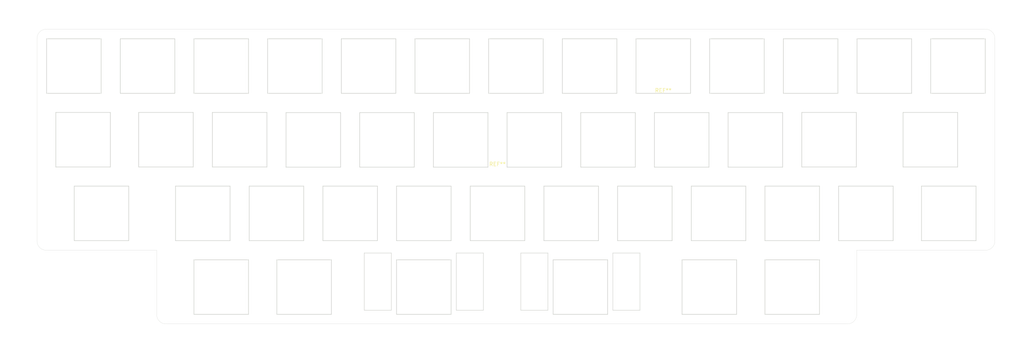
<source format=kicad_pcb>
(kicad_pcb (version 20211014) (generator pcbnew)
  (layers (0 "F.Cu" signal) (31 "B.Cu" signal) (34 "B.Paste" user) (35 "F.Paste" user) (36 "B.SilkS" user "B.Silkscreen") (37 "F.SilkS" user "F.Silkscreen") (38 "B.Mask" user) (39 "F.Mask" user) (44 "Edge.Cuts" user))
  (net 0 "")
  (footprint "kbd_SW_Hole:SW_Hole_1u" (layer "F.Cu") (at 130.96875 69.05625)
    (fp_text reference "SW6" hide)
    (fp_text value "SW_Push" hide)
    (fp_line (start 7.05 -7.05) (end 7.05 7.05) (layer "Edge.Cuts") (width 0.15))
    (fp_line (start -7.05 -7.05) (end 7.05 -7.05) (layer "Edge.Cuts") (width 0.15))
    (fp_line (start -7.05 7.05) (end -7.05 -7.05) (layer "Edge.Cuts") (width 0.15))
    (fp_line (start 7.05 7.05) (end -7.05 7.05) (layer "Edge.Cuts") (width 0.15))
  )
  (footprint "kbd_SW_Hole:SW_Hole_1.25u" (layer "F.Cu") (at 200.024999 126.206249)
    (fp_text reference "SW38" hide)
    (fp_text value "SW_Push" hide)
    (fp_line (start -7.05 7.05) (end -7.05 -7.05) (layer "Edge.Cuts") (width 0.15))
    (fp_line (start 7.05 -7.05) (end 7.05 7.05) (layer "Edge.Cuts") (width 0.15))
    (fp_line (start -7.05 -7.05) (end 7.05 -7.05) (layer "Edge.Cuts") (width 0.15))
    (fp_line (start 7.05 7.05) (end -7.05 7.05) (layer "Edge.Cuts") (width 0.15))
  )
  (footprint "MountingHole:MountingHole_2.1mm" (layer "F.Cu") (at 59.531249 133.349999)
    (fp_text reference "REF**" hide)
    (fp_text value "MountingHole_2.1mm" hide)
    (pad "" np_thru_hole circle (at 0 0) (size 2.1 2.1) (drill 2.1) (layers *.Cu *.Mask))
  )
  (footprint "MountingHole:MountingHole_2.1mm" (layer "F.Cu") (at 145.25625 97.63125)
    (fp_text reference "REF**" (at 0 -3.2) (layer "F.SilkS"))
    (fp_text value "MountingHole_2.1mm")
    (pad "" np_thru_hole circle (at 0 0) (size 2.1 2.1) (drill 2.1) (layers *.Cu *.Mask))
  )
  (footprint "kbd_SW_Hole:SW_Hole_1u" (layer "F.Cu") (at 173.831249 88.148749)
    (fp_text reference "SW19" hide)
    (fp_text value "SW_Push" hide)
    (fp_line (start 7.05 -7.05) (end 7.05 7.05) (layer "Edge.Cuts") (width 0.15))
    (fp_line (start -7.05 7.05) (end -7.05 -7.05) (layer "Edge.Cuts") (width 0.15))
    (fp_line (start -7.05 -7.05) (end 7.05 -7.05) (layer "Edge.Cuts") (width 0.15))
    (fp_line (start 7.05 7.05) (end -7.05 7.05) (layer "Edge.Cuts") (width 0.15))
  )
  (footprint "MountingHole:MountingHole_2.1mm" (layer "F.Cu") (at 188.11875 78.58125)
    (fp_text reference "REF**" (at 0 -3.2) (layer "F.SilkS"))
    (fp_text value "MountingHole_2.1mm")
    (pad "" np_thru_hole circle (at 0 0) (size 2.1 2.1) (drill 2.1) (layers *.Cu *.Mask))
  )
  (footprint "MountingHole:MountingHole_2.1mm" (layer "F.Cu") (at 107.15625 116.68125)
    (fp_text reference "REF**" hide)
    (fp_text value "MountingHole_2.1mm" hide)
    (pad "" np_thru_hole circle (at 0 0) (size 2.1 2.1) (drill 2.1) (layers *.Cu *.Mask))
  )
  (footprint "kbd_SW_Hole:SW_Hole_1u" (layer "F.Cu") (at 111.91875 69.05625)
    (fp_text reference "SW5" hide)
    (fp_text value "SW_Push" hide)
    (fp_line (start 7.05 -7.05) (end 7.05 7.05) (layer "Edge.Cuts") (width 0.15))
    (fp_line (start -7.05 7.05) (end -7.05 -7.05) (layer "Edge.Cuts") (width 0.15))
    (fp_line (start 7.05 7.05) (end -7.05 7.05) (layer "Edge.Cuts") (width 0.15))
    (fp_line (start -7.05 -7.05) (end 7.05 -7.05) (layer "Edge.Cuts") (width 0.15))
  )
  (footprint "kbd_SW_Hole:SW_Hole_2.25u" (layer "F.Cu") (at 166.687499 126.206249 180)
    (fp_text reference "SW37" hide)
    (fp_text value "SW_Push" hide)
    (fp_line (start -7.05 7.05) (end -7.05 -7.05) (layer "Edge.Cuts") (width 0.15))
    (fp_line (start -15.4 -6) (end -8.4 -6) (layer "Edge.Cuts") (width 0.12))
    (fp_line (start 15.4 8.8) (end 15.4 -6) (layer "Edge.Cuts") (width 0.12))
    (fp_line (start -8.4 -6) (end -8.4 8.8) (layer "Edge.Cuts") (width 0.12))
    (fp_line (start 7.05 -7.05) (end 7.05 7.05) (layer "Edge.Cuts") (width 0.15))
    (fp_line (start -8.4 8.8) (end -15.4 8.8) (layer "Edge.Cuts") (width 0.12))
    (fp_line (start 7.05 7.05) (end -7.05 7.05) (layer "Edge.Cuts") (width 0.15))
    (fp_line (start 8.4 -6) (end 8.4 8.8) (layer "Edge.Cuts") (width 0.12))
    (fp_line (start 8.4 8.8) (end 15.4 8.8) (layer "Edge.Cuts") (width 0.12))
    (fp_line (start -7.05 -7.05) (end 7.05 -7.05) (layer "Edge.Cuts") (width 0.15))
    (fp_line (start 15.4 -6) (end 8.4 -6) (layer "Edge.Cuts") (width 0.12))
    (fp_line (start -15.4 8.8) (end -15.4 -6) (layer "Edge.Cuts") (width 0.12))
  )
  (footprint "kbd_SW_Hole:SW_Hole_1u" (layer "F.Cu") (at 150.01875 69.05625)
    (fp_text reference "SW7" hide)
    (fp_text value "SW_Push" hide)
    (fp_line (start -7.05 7.05) (end -7.05 -7.05) (layer "Edge.Cuts") (width 0.15))
    (fp_line (start 7.05 -7.05) (end 7.05 7.05) (layer "Edge.Cuts") (width 0.15))
    (fp_line (start 7.05 7.05) (end -7.05 7.05) (layer "Edge.Cuts") (width 0.15))
    (fp_line (start -7.05 -7.05) (end 7.05 -7.05) (layer "Edge.Cuts") (width 0.15))
  )
  (footprint "kbd_SW_Hole:SW_Hole_1u" (layer "F.Cu") (at 221.456249 107.156249)
    (fp_text reference "SW40" hide)
    (fp_text value "SW_Push" hide)
    (fp_line (start -7.05 7.05) (end -7.05 -7.05) (layer "Edge.Cuts") (width 0.15))
    (fp_line (start -7.05 -7.05) (end 7.05 -7.05) (layer "Edge.Cuts") (width 0.15))
    (fp_line (start 7.05 7.05) (end -7.05 7.05) (layer "Edge.Cuts") (width 0.15))
    (fp_line (start 7.05 -7.05) (end 7.05 7.05) (layer "Edge.Cuts") (width 0.15))
  )
  (footprint "kbd_SW_Hole:SW_Hole_1u" (layer "F.Cu") (at 192.881249 88.148749)
    (fp_text reference "SW20" hide)
    (fp_text value "SW_Push" hide)
    (fp_line (start -7.05 7.05) (end -7.05 -7.05) (layer "Edge.Cuts") (width 0.15))
    (fp_line (start 7.05 7.05) (end -7.05 7.05) (layer "Edge.Cuts") (width 0.15))
    (fp_line (start -7.05 -7.05) (end 7.05 -7.05) (layer "Edge.Cuts") (width 0.15))
    (fp_line (start 7.05 -7.05) (end 7.05 7.05) (layer "Edge.Cuts") (width 0.15))
  )
  (footprint "kbd_SW_Hole:SW_Hole_1u" (layer "F.Cu") (at 107.156249 107.156249)
    (fp_text reference "SW26" hide)
    (fp_text value "SW_Push" hide)
    (fp_line (start -7.05 7.05) (end -7.05 -7.05) (layer "Edge.Cuts") (width 0.15))
    (fp_line (start -7.05 -7.05) (end 7.05 -7.05) (layer "Edge.Cuts") (width 0.15))
    (fp_line (start 7.05 7.05) (end -7.05 7.05) (layer "Edge.Cuts") (width 0.15))
    (fp_line (start 7.05 -7.05) (end 7.05 7.05) (layer "Edge.Cuts") (width 0.15))
  )
  (footprint "kbd_SW_Hole:SW_Hole_1.25u" (layer "F.Cu") (at 261.937499 107.156249)
    (fp_text reference "SW42" hide)
    (fp_text value "SW_Push" hide)
    (fp_line (start -7.05 7.05) (end -7.05 -7.05) (layer "Edge.Cuts") (width 0.15))
    (fp_line (start -7.05 -7.05) (end 7.05 -7.05) (layer "Edge.Cuts") (width 0.15))
    (fp_line (start 7.05 7.05) (end -7.05 7.05) (layer "Edge.Cuts") (width 0.15))
    (fp_line (start 7.05 -7.05) (end 7.05 7.05) (layer "Edge.Cuts") (width 0.15))
  )
  (footprint "kbd_SW_Hole:SW_Hole_1u" (layer "F.Cu") (at 164.306249 107.15625)
    (fp_text reference "SW29" hide)
    (fp_text value "SW_Push" hide)
    (fp_line (start 7.05 7.05) (end -7.05 7.05) (layer "Edge.Cuts") (width 0.15))
    (fp_line (start -7.05 7.05) (end -7.05 -7.05) (layer "Edge.Cuts") (width 0.15))
    (fp_line (start -7.05 -7.05) (end 7.05 -7.05) (layer "Edge.Cuts") (width 0.15))
    (fp_line (start 7.05 -7.05) (end 7.05 7.05) (layer "Edge.Cuts") (width 0.15))
  )
  (footprint "kbd_SW_Hole:SW_Hole_1u" (layer "F.Cu") (at 154.781249 88.148749)
    (fp_text reference "SW18" hide)
    (fp_text value "SW_Push" hide)
    (fp_line (start 7.05 7.05) (end -7.05 7.05) (layer "Edge.Cuts") (width 0.15))
    (fp_line (start -7.05 7.05) (end -7.05 -7.05) (layer "Edge.Cuts") (width 0.15))
    (fp_line (start 7.05 -7.05) (end 7.05 7.05) (layer "Edge.Cuts") (width 0.15))
    (fp_line (start -7.05 -7.05) (end 7.05 -7.05) (layer "Edge.Cuts") (width 0.15))
  )
  (footprint "kbd_SW_Hole:SW_Hole_1u" (layer "F.Cu") (at 35.71875 69.05625)
    (fp_text reference "SW1" hide)
    (fp_text value "SW_Push" hide)
    (fp_line (start -7.05 7.05) (end -7.05 -7.05) (layer "Edge.Cuts") (width 0.15))
    (fp_line (start 7.05 7.05) (end -7.05 7.05) (layer "Edge.Cuts") (width 0.15))
    (fp_line (start -7.05 -7.05) (end 7.05 -7.05) (layer "Edge.Cuts") (width 0.15))
    (fp_line (start 7.05 -7.05) (end 7.05 7.05) (layer "Edge.Cuts") (width 0.15))
  )
  (footprint "kbd_SW_Hole:SW_Hole_2u" (layer "F.Cu") (at 126.206249 126.206249 180)
    (fp_text reference "SW36" hide)
    (fp_text value "SW_Push" hide)
    (fp_line (start -7.05 -7.05) (end 7.05 -7.05) (layer "Edge.Cuts") (width 0.15))
    (fp_line (start 7.05 -7.05) (end 7.05 7.05) (layer "Edge.Cuts") (width 0.15))
    (fp_line (start -15.4 8.8) (end -15.4 -6) (layer "Edge.Cuts") (width 0.12))
    (fp_line (start 8.4 -6) (end 8.4 8.8) (layer "Edge.Cuts") (width 0.12))
    (fp_line (start 15.4 8.8) (end 15.4 -6) (layer "Edge.Cuts") (width 0.12))
    (fp_line (start 7.05 7.05) (end -7.05 7.05) (layer "Edge.Cuts") (width 0.15))
    (fp_line (start -8.4 8.8) (end -15.4 8.8) (layer "Edge.Cuts") (width 0.12))
    (fp_line (start -8.4 -6) (end -8.4 8.8) (layer "Edge.Cuts") (width 0.12))
    (fp_line (start 8.4 8.8) (end 15.4 8.8) (layer "Edge.Cuts") (width 0.12))
    (fp_line (start -15.4 -6) (end -8.4 -6) (layer "Edge.Cuts") (width 0.12))
    (fp_line (start -7.05 7.05) (end -7.05 -7.05) (layer "Edge.Cuts") (width 0.15))
    (fp_line (start 15.4 -6) (end 8.4 -6) (layer "Edge.Cuts") (width 0.12))
  )
  (footprint "kbd_SW_Hole:SW_Hole_1u" (layer "F.Cu") (at 221.456249 126.206249)
    (fp_text reference "SW39" hide)
    (fp_text value "SW_Push" hide)
    (fp_line (start 7.05 7.05) (end -7.05 7.05) (layer "Edge.Cuts") (width 0.15))
    (fp_line (start 7.05 -7.05) (end 7.05 7.05) (layer "Edge.Cuts") (width 0.15))
    (fp_line (start -7.05 -7.05) (end 7.05 -7.05) (layer "Edge.Cuts") (width 0.15))
    (fp_line (start -7.05 7.05) (end -7.05 -7.05) (layer "Edge.Cuts") (width 0.15))
  )
  (footprint "kbd_SW_Hole:SW_Hole_1u" (layer "F.Cu") (at 169.06875 69.05625)
    (fp_text reference "SW8" hide)
    (fp_text value "SW_Push" hide)
    (fp_line (start -7.05 7.05) (end -7.05 -7.05) (layer "Edge.Cuts") (width 0.15))
    (fp_line (start 7.05 7.05) (end -7.05 7.05) (layer "Edge.Cuts") (width 0.15))
    (fp_line (start 7.05 -7.05) (end 7.05 7.05) (layer "Edge.Cuts") (width 0.15))
    (fp_line (start -7.05 -7.05) (end 7.05 -7.05) (layer "Edge.Cuts") (width 0.15))
  )
  (footprint "kbd_SW_Hole:SW_Hole_1u" (layer "F.Cu") (at 240.506249 107.156249)
    (fp_text reference "SW41" hide)
    (fp_text value "SW_Push" hide)
    (fp_line (start -7.05 -7.05) (end 7.05 -7.05) (layer "Edge.Cuts") (width 0.15))
    (fp_line (start 7.05 -7.05) (end 7.05 7.05) (layer "Edge.Cuts") (width 0.15))
    (fp_line (start 7.05 7.05) (end -7.05 7.05) (layer "Edge.Cuts") (width 0.15))
    (fp_line (start -7.05 7.05) (end -7.05 -7.05) (layer "Edge.Cuts") (width 0.15))
  )
  (footprint "kbd_SW_Hole:SW_Hole_1.25u" (layer "F.Cu") (at 38.099999 88.106249)
    (fp_text reference "SW12" hide)
    (fp_text value "SW_Push" hide)
    (fp_line (start 7.05 -7.05) (end 7.05 7.05) (layer "Edge.Cuts") (width 0.15))
    (fp_line (start -7.05 7.05) (end -7.05 -7.05) (layer "Edge.Cuts") (width 0.15))
    (fp_line (start -7.05 -7.05) (end 7.05 -7.05) (layer "Edge.Cuts") (width 0.15))
    (fp_line (start 7.05 7.05) (end -7.05 7.05) (layer "Edge.Cuts") (width 0.15))
  )
  (footprint "kbd_SW_Hole:SW_Hole_1u" (layer "F.Cu") (at 264.318749 69.056249)
    (fp_text reference "SW33" hide)
    (fp_text value "SW_Push" hide)
    (fp_line (start -7.05 7.05) (end -7.05 -7.05) (layer "Edge.Cuts") (width 0.15))
    (fp_line (start 7.05 -7.05) (end 7.05 7.05) (layer "Edge.Cuts") (width 0.15))
    (fp_line (start 7.05 7.05) (end -7.05 7.05) (layer "Edge.Cuts") (width 0.15))
    (fp_line (start -7.05 -7.05) (end 7.05 -7.05) (layer "Edge.Cuts") (width 0.15))
  )
  (footprint "MountingHole:MountingHole_2.1mm" (layer "F.Cu") (at 107.15625 78.58125)
    (fp_text reference "REF**" hide)
    (fp_text value "MountingHole_2.1mm" hide)
    (pad "" np_thru_hole circle (at 0 0) (size 2.1 2.1) (drill 2.1) (layers *.Cu *.Mask))
  )
  (footprint "kbd_SW_Hole:SW_Hole_1u" (layer "F.Cu") (at 78.581249 88.10625)
    (fp_text reference "SW14" hide)
    (fp_text value "SW_Push" hide)
    (fp_line (start 7.05 7.05) (end -7.05 7.05) (layer "Edge.Cuts") (width 0.15))
    (fp_line (start -7.05 -7.05) (end 7.05 -7.05) (layer "Edge.Cuts") (width 0.15))
    (fp_line (start -7.05 7.05) (end -7.05 -7.05) (layer "Edge.Cuts") (width 0.15))
    (fp_line (start 7.05 -7.05) (end 7.05 7.05) (layer "Edge.Cuts") (width 0.15))
  )
  (footprint "kbd_SW_Hole:SW_Hole_1.75u" (layer "F.Cu") (at 257.174999 88.106249)
    (fp_text reference "SW43" hide)
    (fp_text value "SW_Push" hide)
    (fp_line (start -7.05 7.05) (end -7.05 -7.05) (layer "Edge.Cuts") (width 0.15))
    (fp_line (start 7.05 7.05) (end -7.05 7.05) (layer "Edge.Cuts") (width 0.15))
    (fp_line (start 7.05 -7.05) (end 7.05 7.05) (layer "Edge.Cuts") (width 0.15))
    (fp_line (start -7.05 -7.05) (end 7.05 -7.05) (layer "Edge.Cuts") (width 0.15))
  )
  (footprint "kbd_SW_Hole:SW_Hole_1u" (layer "F.Cu") (at 207.16875 69.05625)
    (fp_text reference "SW10" hide)
    (fp_text value "SW_Push" hide)
    (fp_line (start -7.05 -7.05) (end 7.05 -7.05) (layer "Edge.Cuts") (width 0.15))
    (fp_line (start 7.05 -7.05) (end 7.05 7.05) (layer "Edge.Cuts") (width 0.15))
    (fp_line (start -7.05 7.05) (end -7.05 -7.05) (layer "Edge.Cuts") (width 0.15))
    (fp_line (start 7.05 7.05) (end -7.05 7.05) (layer "Edge.Cuts") (width 0.15))
  )
  (footprint "kbd_SW_Hole:SW_Hole_1u" (layer "F.Cu") (at 73.818749 126.206249)
    (fp_text reference "SW34" hide)
    (fp_text value "SW_Push" hide)
    (fp_line (start 7.05 7.05) (end -7.05 7.05) (layer "Edge.Cuts") (width 0.15))
    (fp_line (start -7.05 -7.05) (end 7.05 -7.05) (layer "Edge.Cuts") (width 0.15))
    (fp_line (start 7.05 -7.05) (end 7.05 7.05) (layer "Edge.Cuts") (width 0.15))
    (fp_line (start -7.05 7.05) (end -7.05 -7.05) (layer "Edge.Cuts") (width 0.15))
  )
  (footprint "kbd_SW_Hole:SW_Hole_1.25u" (layer "F.Cu") (at 95.249999 126.206249)
    (fp_text reference "SW35" hide)
    (fp_text value "SW_Push" hide)
    (fp_line (start 7.05 -7.05) (end 7.05 7.05) (layer "Edge.Cuts") (width 0.15))
    (fp_line (start -7.05 7.05) (end -7.05 -7.05) (layer "Edge.Cuts") (width 0.15))
    (fp_line (start 7.05 7.05) (end -7.05 7.05) (layer "Edge.Cuts") (width 0.15))
    (fp_line (start -7.05 -7.05) (end 7.05 -7.05) (layer "Edge.Cuts") (width 0.15))
  )
  (footprint "kbd_SW_Hole:SW_Hole_1u" (layer "F.Cu") (at 88.106249 107.156249)
    (fp_text reference "SW25" hide)
    (fp_text value "SW_Push" hide)
    (fp_line (start -7.05 -7.05) (end 7.05 -7.05) (layer "Edge.Cuts") (width 0.15))
    (fp_line (start 7.05 -7.05) (end 7.05 7.05) (layer "Edge.Cuts") (width 0.15))
    (fp_line (start 7.05 7.05) (end -7.05 7.05) (layer "Edge.Cuts") (width 0.15))
    (fp_line (start -7.05 7.05) (end -7.05 -7.05) (layer "Edge.Cuts") (width 0.15))
  )
  (footprint "kbd_SW_Hole:SW_Hole_1u" (layer "F.Cu") (at 145.256249 107.15625)
    (fp_text reference "SW28" hide)
    (fp_text value "SW_Push" hide)
    (fp_line (start 7.05 7.05) (end -7.05 7.05) (layer "Edge.Cuts") (width 0.15))
    (fp_line (start -7.05 7.05) (end -7.05 -7.05) (layer "Edge.Cuts") (width 0.15))
    (fp_line (start 7.05 -7.05) (end 7.05 7.05) (layer "Edge.Cuts") (width 0.15))
    (fp_line (start -7.05 -7.05) (end 7.05 -7.05) (layer "Edge.Cuts") (width 0.15))
  )
  (footprint "MountingHole:MountingHole_2.1mm" (layer "F.Cu") (at 50.00625 78.58125)
    (fp_text reference "REF**" hide)
    (fp_text value "MountingHole_2.1mm" hide)
    (pad "" np_thru_hole circle (at 0 0) (size 2.1 2.1) (drill 2.1) (layers *.Cu *.Mask))
  )
  (footprint "kbd_SW_Hole:SW_Hole_1u" (layer "F.Cu") (at 69.056249 107.156249)
    (fp_text reference "SW24" hide)
    (fp_text value "SW_Push" hide)
    (fp_line (start -7.05 7.05) (end -7.05 -7.05) (layer "Edge.Cuts") (width 0.15))
    (fp_line (start 7.05 -7.05) (end 7.05 7.05) (layer "Edge.Cuts") (width 0.15))
    (fp_line (start -7.05 -7.05) (end 7.05 -7.05) (layer "Edge.Cuts") (width 0.15))
    (fp_line (start 7.05 7.05) (end -7.05 7.05) (layer "Edge.Cuts") (width 0.15))
  )
  (footprint "kbd_SW_Hole:SW_Hole_1u" (layer "F.Cu") (at 226.21875 69.05625)
    (fp_text reference "SW11" hide)
    (fp_text value "SW_Push" hide)
    (fp_line (start -7.05 7.05) (end -7.05 -7.05) (layer "Edge.Cuts") (width 0.15))
    (fp_line (start 7.05 -7.05) (end 7.05 7.05) (layer "Edge.Cuts") (width 0.15))
    (fp_line (start -7.05 -7.05) (end 7.05 -7.05) (layer "Edge.Cuts") (width 0.15))
    (fp_line (start 7.05 7.05) (end -7.05 7.05) (layer "Edge.Cuts") (width 0.15))
  )
  (footprint "kbd_SW_Hole:SW_Hole_1u" (layer "F.Cu") (at 92.86875 69.05625)
    (fp_text reference "SW4" hide)
    (fp_text value "SW_Push" hide)
    (fp_line (start -7.05 -7.05) (end 7.05 -7.05) (layer "Edge.Cuts") (width 0.15))
    (fp_line (start 7.05 -7.05) (end 7.05 7.05) (layer "Edge.Cuts") (width 0.15))
    (fp_line (start -7.05 7.05) (end -7.05 -7.05) (layer "Edge.Cuts") (width 0.15))
    (fp_line (start 7.05 7.05) (end -7.05 7.05) (layer "Edge.Cuts") (width 0.15))
  )
  (footprint "kbd_SW_Hole:SW_Hole_1u" (layer "F.Cu") (at 54.76875 69.05625)
    (fp_text reference "SW2" hide)
    (fp_text value "SW_Push" hide)
    (fp_line (start -7.05 -7.05) (end 7.05 -7.05) (layer "Edge.Cuts") (width 0.15))
    (fp_line (start 7.05 7.05) (end -7.05 7.05) (layer "Edge.Cuts") (width 0.15))
    (fp_line (start 7.05 -7.05) (end 7.05 7.05) (layer "Edge.Cuts") (width 0.15))
    (fp_line (start -7.05 7.05) (end -7.05 -7.05) (layer "Edge.Cuts") (width 0.15))
  )
  (footprint "kbd_SW_Hole:SW_Hole_1u" (layer "F.Cu") (at 59.531249 88.106249)
    (fp_text reference "SW13" hide)
    (fp_text value "SW_Push" hide)
    (fp_line (start 7.05 7.05) (end -7.05 7.05) (layer "Edge.Cuts") (width 0.15))
    (fp_line (start 7.05 -7.05) (end 7.05 7.05) (layer "Edge.Cuts") (width 0.15))
    (fp_line (start -7.05 7.05) (end -7.05 -7.05) (layer "Edge.Cuts") (width 0.15))
    (fp_line (start -7.05 -7.05) (end 7.05 -7.05) (layer "Edge.Cuts") (width 0.15))
  )
  (footprint "kbd_SW_Hole:SW_Hole_1u" (layer "F.Cu") (at 188.11875 69.05625)
    (fp_text reference "SW9" hide)
    (fp_text value "SW_Push" hide)
    (fp_line (start -7.05 7.05) (end -7.05 -7.05) (layer "Edge.Cuts") (width 0.15))
    (fp_line (start 7.05 -7.05) (end 7.05 7.05) (layer "Edge.Cuts") (width 0.15))
    (fp_line (start 7.05 7.05) (end -7.05 7.05) (layer "Edge.Cuts") (width 0.15))
    (fp_line (start -7.05 -7.05) (end 7.05 -7.05) (layer "Edge.Cuts") (width 0.15))
  )
  (footprint "kbd_SW_Hole:SW_Hole_1u" (layer "F.Cu") (at 97.631249 88.148749)
    (fp_text reference "SW15" hide)
    (fp_text value "SW_Push" hide)
    (fp_line (start -7.05 -7.05) (end 7.05 -7.05) (layer "Edge.Cuts") (width 0.15))
    (fp_line (start 7.05 7.05) (end -7.05 7.05) (layer "Edge.Cuts") (width 0.15))
    (fp_line (start 7.05 -7.05) (end 7.05 7.05) (layer "Edge.Cuts") (width 0.15))
    (fp_line (start -7.05 7.05) (end -7.05 -7.05) (layer "Edge.Cuts") (width 0.15))
  )
  (footprint "MountingHole:MountingHole_2.1mm" (layer "F.Cu") (at 235.743749 119.062499)
    (fp_text reference "REF**" hide)
    (fp_text value "MountingHole_2.1mm" hide)
    (pad "" np_thru_hole circle (at 0 0) (size 2.1 2.1) (drill 2.1) (layers *.Cu *.Mask))
  )
  (footprint "kbd_SW_Hole:SW_Hole_1u" (layer "F.Cu") (at 73.81875 69.05625)
    (fp_text reference "SW3" hide)
    (fp_text value "SW_Push" hide)
    (fp_line (start 7.05 7.05) (end -7.05 7.05) (layer "Edge.Cuts") (width 0.15))
    (fp_line (start 7.05 -7.05) (end 7.05 7.05) (layer "Edge.Cuts") (width 0.15))
    (fp_line (start -7.05 7.05) (end -7.05 -7.05) (layer "Edge.Cuts") (width 0.15))
    (fp_line (start -7.05 -7.05) (end 7.05 -7.05) (layer "Edge.Cuts") (width 0.15))
  )
  (footprint "kbd_SW_Hole:SW_Hole_1u" (layer "F.Cu") (at 116.681249 88.148749)
    (fp_text reference "SW16" hide)
    (fp_text value "SW_Push" hide)
    (fp_line (start -7.05 -7.05) (end 7.05 -7.05) (layer "Edge.Cuts") (width 0.15))
    (fp_line (start 7.05 7.05) (end -7.05 7.05) (layer "Edge.Cuts") (width 0.15))
    (fp_line (start 7.05 -7.05) (end 7.05 7.05) (layer "Edge.Cuts") (width 0.15))
    (fp_line (start -7.05 7.05) (end -7.05 -7.05) (layer "Edge.Cuts") (width 0.15))
  )
  (footprint "MountingHole:MountingHole_2.1mm" (layer "F.Cu") (at 59.531249 119.062499)
    (fp_text reference "REF**" hide)
    (fp_text value "MountingHole_2.1mm" hide)
    (pad "" np_thru_hole circle (at 0 0) (size 2.1 2.1) (drill 2.1) (layers *.Cu *.Mask))
  )
  (footprint "kbd_SW_Hole:SW_Hole_1u" (layer "F.Cu") (at 183.356249 107.15625)
    (fp_text reference "SW30" hide)
    (fp_text value "SW_Push" hide)
    (fp_line (start -7.05 7.05) (end -7.05 -7.05) (layer "Edge.Cuts") (width 0.15))
    (fp_line (start 7.05 -7.05) (end 7.05 7.05) (layer "Edge.Cuts") (width 0.15))
    (fp_line (start -7.05 -7.05) (end 7.05 -7.05) (layer "Edge.Cuts") (width 0.15))
    (fp_line (start 7.05 7.05) (end -7.05 7.05) (layer "Edge.Cuts") (width 0.15))
  )
  (footprint "MountingHole:MountingHole_2.1mm" (layer "F.Cu") (at 240.50625 78.58125)
    (fp_text reference "REF**" hide)
    (fp_text value "MountingHole_2.1mm" hide)
    (pad "" np_thru_hole circle (at 0 0) (size 2.1 2.1) (drill 2.1) (layers *.Cu *.Mask))
  )
  (footprint "kbd_SW_Hole:SW_Hole_1u" (layer "F.Cu") (at 230.981249 88.106249)
    (fp_text reference "SW32" hide)
    (fp_text value "SW_Push" hide)
    (fp_line (start 7.05 7.05) (end -7.05 7.05) (layer "Edge.Cuts") (width 0.15))
    (fp_line (start -7.05 -7.05) (end 7.05 -7.05) (layer "Edge.Cuts") (width 0.15))
    (fp_line (start -7.05 7.05) (end -7.05 -7.05) (layer "Edge.Cuts") (width 0.15))
    (fp_line (start 7.05 -7.05) (end 7.05 7.05) (layer "Edge.Cuts") (width 0.15))
  )
  (footprint "kbd_SW_Hole:SW_Hole_1u" (layer "F.Cu") (at 211.931249 88.148749)
    (fp_text reference "SW21" hide)
    (fp_text value "SW_Push" hide)
    (fp_line (start -7.05 -7.05) (end 7.05 -7.05) (layer "Edge.Cuts") (width 0.15))
    (fp_line (start -7.05 7.05) (end -7.05 -7.05) (layer "Edge.Cuts") (width 0.15))
    (fp_line (start 7.05 7.05) (end -7.05 7.05) (layer "Edge.Cuts") (width 0.15))
    (fp_line (start 7.05 -7.05) (end 7.05 7.05) (layer "Edge.Cuts") (width 0.15))
  )
  (footprint "MountingHole:MountingHole_2.1mm" (layer "F.Cu") (at 235.743749 133.349999)
    (fp_text reference "REF**" hide)
    (fp_text value "MountingHole_2.1mm" hide)
    (pad "" np_thru_hole circle (at 0 0) (size 2.1 2.1) (drill 2.1) (layers *.Cu *.Mask))
  )
  (footprint "kbd_SW_Hole:SW_Hole_1u" (layer "F.Cu") (at 202.406249 107.15625)
    (fp_text reference "SW31" hide)
    (fp_text value "SW_Push" hide)
    (fp_line (start -7.05 -7.05) (end 7.05 -7.05) (layer "Edge.Cuts") (width 0.15))
    (fp_line (start 7.05 7.05) (end -7.05 7.05) (layer "Edge.Cuts") (width 0.15))
    (fp_line (start 7.05 -7.05) (end 7.05 7.05) (layer "Edge.Cuts") (width 0.15))
    (fp_line (start -7.05 7.05) (end -7.05 -7.05) (layer "Edge.Cuts") (width 0.15))
  )
  (footprint "kbd_SW_Hole:SW_Hole_1u" (layer "F.Cu") (at 126.206249 107.15625)
    (fp_text reference "SW27" hide)
    (fp_text value "SW_Push" hide)
    (fp_line (start 7.05 -7.05) (end 7.05 7.05) (layer "Edge.Cuts") (width 0.15))
    (fp_line (start -7.05 -7.05) (end 7.05 -7.05) (layer "Edge.Cuts") (width 0.15))
    (fp_line (start 7.05 7.05) (end -7.05 7.05) (layer "Edge.Cuts") (width 0.15))
    (fp_line (start -7.05 7.05) (end -7.05 -7.05) (layer "Edge.Cuts") (width 0.15))
  )
  (footprint "kbd_SW_Hole:SW_Hole_1u" (layer "F.Cu") (at 135.731249 88.148749)
    (fp_text reference "SW17" hide)
    (fp_text value "SW_Push" hide)
    (fp_line (start 7.05 7.05) (end -7.05 7.05) (layer "Edge.Cuts") (width 0.15))
    (fp_line (start -7.05 7.05) (end -7.05 -7.05) (layer "Edge.Cuts") (width 0.15))
    (fp_line (start -7.05 -7.05) (end 7.05 -7.05) (layer "Edge.Cuts") (width 0.15))
    (fp_line (start 7.05 -7.05) (end 7.05 7.05) (layer "Edge.Cuts") (width 0.15))
  )
  (footprint "kbd_SW_Hole:SW_Hole_1u" (layer "F.Cu") (at 245.268749 69.056249)
    (fp_text reference "SW22" hide)
    (fp_text value "SW_Push" hide)
    (fp_line (start 7.05 7.05) (end -7.05 7.05) (layer "Edge.Cuts") (width 0.15))
    (fp_line (start 7.05 -7.05) (end 7.05 7.05) (layer "Edge.Cuts") (width 0.15))
    (fp_line (start -7.05 -7.05) (end 7.05 -7.05) (layer "Edge.Cuts") (width 0.15))
    (fp_line (start -7.05 7.05) (end -7.05 -7.05) (layer "Edge.Cuts") (width 0.15))
  )
  (footprint "MountingHole:MountingHole_2.1mm" (layer "F.Cu") (at 188.11875 116.68125)
    (fp_text reference "REF**" hide)
    (fp_text value "MountingHole_2.1mm" hide)
    (pad "" np_thru_hole circle (at 0 0) (size 2.1 2.1) (drill 2.1) (layers *.Cu *.Mask))
  )
  (footprint "kbd_SW_Hole:SW_Hole_1.75u" (layer "F.Cu") (at 42.862499 107.156249)
    (fp_text reference "SW23" hide)
    (fp_text value "SW_Push" hide)
    (fp_line (start 7.05 -7.05) (end 7.05 7.05) (layer "Edge.Cuts") (width 0.15))
    (fp_line (start -7.05 -7.05) (end 7.05 -7.05) (layer "Edge.Cuts") (width 0.15))
    (fp_line (start -7.05 7.05) (end -7.05 -7.05) (layer "Edge.Cuts") (width 0.15))
    (fp_line (start 7.05 7.05) (end -7.05 7.05) (layer "Edge.Cuts") (width 0.15))
  )
  (gr_arc (start 26.19375 61.9125) (mid 26.891202 60.228702) (end 28.575 59.53125) (layer "Edge.Cuts") (width 0.05))
  (gr_line (start 26.19375 114.3) (end 26.19375 61.9125) (layer "Edge.Cuts") (width 0.05))
  (gr_line (start 271.4625 116.68125) (end 238.125 116.68125) (layer "Edge.Cuts") (width 0.05))
  (gr_arc (start 28.575 116.68125) (mid 26.891202 115.983798) (end 26.19375 114.3) (layer "Edge.Cuts") (width 0.05))
  (gr_line (start 28.575 59.53125) (end 271.4625 59.53125) (layer "Edge.Cuts") (width 0.05))
  (gr_arc (start 273.84375 114.3) (mid 273.146298 115.983798) (end 271.4625 116.68125) (layer "Edge.Cuts") (width 0.05))
  (gr_line (start 57.15 116.68125) (end 57.15 133.35) (layer "Edge.Cuts") (width 0.05))
  (gr_line (start 235.74375 135.73125) (end 59.53125 135.73125) (layer "Edge.Cuts") (width 0.05))
  (gr_line (start 28.575 116.68125) (end 57.15 116.68125) (layer "Edge.Cuts") (width 0.05))
  (gr_line (start 273.84375 61.9125) (end 273.84375 114.3) (layer "Edge.Cuts") (width 0.05))
  (gr_arc (start 59.53125 135.73125) (mid 57.847452 135.033798) (end 57.15 133.35) (layer "Edge.Cuts") (width 0.05))
  (gr_arc (start 238.125 133.35) (mid 237.427548 135.033798) (end 235.74375 135.73125) (layer "Edge.Cuts") (width 0.05))
  (gr_arc (start 271.4625 59.53125) (mid 273.146298 60.228702) (end 273.84375 61.9125) (layer "Edge.Cuts") (width 0.05))
  (gr_line (start 238.125 116.68125) (end 238.125 133.35) (layer "Edge.Cuts") (width 0.05))
)
</source>
